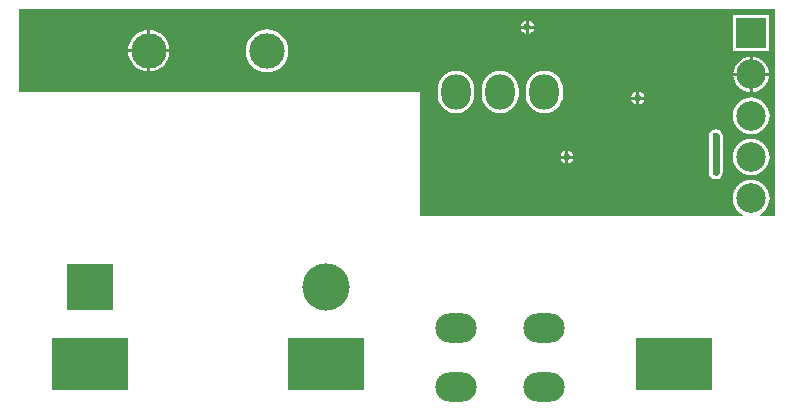
<source format=gtl>
G04*
G04 #@! TF.GenerationSoftware,Altium Limited,Altium Designer,19.0.5 (141)*
G04*
G04 Layer_Physical_Order=1*
G04 Layer_Color=255*
%FSLAX25Y25*%
%MOIN*%
G70*
G01*
G75*
%ADD19C,0.02362*%
%ADD20C,0.11811*%
%ADD21R,0.15748X0.15748*%
%ADD22C,0.15748*%
%ADD23C,0.09843*%
%ADD24R,0.09843X0.09843*%
%ADD25O,0.13780X0.09843*%
%ADD26O,0.09843X0.11811*%
%ADD27R,0.25591X0.17717*%
%ADD28C,0.02362*%
G36*
X253937Y66929D02*
X249021D01*
X248895Y67429D01*
X249470Y67736D01*
X250399Y68499D01*
X251162Y69428D01*
X251728Y70488D01*
X252077Y71638D01*
X252195Y72835D01*
X252077Y74031D01*
X251728Y75181D01*
X251162Y76241D01*
X250399Y77171D01*
X249470Y77933D01*
X248410Y78500D01*
X247259Y78849D01*
X246063Y78966D01*
X244867Y78849D01*
X243716Y78500D01*
X242656Y77933D01*
X241727Y77171D01*
X240965Y76241D01*
X240398Y75181D01*
X240049Y74031D01*
X239931Y72835D01*
X240049Y71638D01*
X240398Y70488D01*
X240965Y69428D01*
X241727Y68499D01*
X242656Y67736D01*
X243231Y67429D01*
X243106Y66929D01*
X135827D01*
Y108268D01*
X1969D01*
Y135827D01*
X253937D01*
Y66929D01*
D02*
G37*
%LPC*%
G36*
X171957Y132046D02*
Y130421D01*
X173581D01*
X173511Y130772D01*
X173029Y131494D01*
X172308Y131976D01*
X171957Y132046D01*
D02*
G37*
G36*
X170957D02*
X170606Y131976D01*
X169884Y131494D01*
X169402Y130772D01*
X169332Y130421D01*
X170957D01*
Y132046D01*
D02*
G37*
G36*
X173581Y129421D02*
X171957D01*
Y127797D01*
X172308Y127867D01*
X173029Y128349D01*
X173511Y129070D01*
X173581Y129421D01*
D02*
G37*
G36*
X170957D02*
X169332D01*
X169402Y129070D01*
X169884Y128349D01*
X170606Y127867D01*
X170957Y127797D01*
Y129421D01*
D02*
G37*
G36*
X45776Y128937D02*
Y122547D01*
X52165D01*
X52081Y123401D01*
X51686Y124703D01*
X51045Y125902D01*
X50182Y126954D01*
X49131Y127817D01*
X47931Y128458D01*
X46629Y128853D01*
X45776Y128937D01*
D02*
G37*
G36*
X44776Y128937D02*
X43922Y128853D01*
X42620Y128458D01*
X41421Y127817D01*
X40369Y126954D01*
X39506Y125902D01*
X38865Y124703D01*
X38470Y123401D01*
X38386Y122547D01*
X44776D01*
Y128937D01*
D02*
G37*
G36*
X252165Y134055D02*
X239961D01*
Y121850D01*
X252165D01*
Y134055D01*
D02*
G37*
G36*
X52165Y121547D02*
X45776D01*
Y115158D01*
X46629Y115242D01*
X47931Y115637D01*
X49131Y116278D01*
X50182Y117141D01*
X51045Y118192D01*
X51686Y119392D01*
X52081Y120694D01*
X52165Y121547D01*
D02*
G37*
G36*
X44776D02*
X38386D01*
X38470Y120694D01*
X38865Y119392D01*
X39506Y118192D01*
X40369Y117141D01*
X41421Y116278D01*
X42620Y115637D01*
X43922Y115242D01*
X44776Y115158D01*
Y121547D01*
D02*
G37*
G36*
X84646Y129168D02*
X83256Y129031D01*
X81921Y128626D01*
X80690Y127968D01*
X79610Y127083D01*
X78725Y126003D01*
X78067Y124772D01*
X77662Y123436D01*
X77525Y122047D01*
X77662Y120658D01*
X78067Y119322D01*
X78725Y118091D01*
X79610Y117012D01*
X80690Y116126D01*
X81921Y115468D01*
X83256Y115063D01*
X84646Y114926D01*
X86035Y115063D01*
X87371Y115468D01*
X88602Y116126D01*
X89681Y117012D01*
X90566Y118091D01*
X91224Y119322D01*
X91630Y120658D01*
X91767Y122047D01*
X91630Y123436D01*
X91224Y124772D01*
X90566Y126003D01*
X89681Y127083D01*
X88602Y127968D01*
X87371Y128626D01*
X86035Y129031D01*
X84646Y129168D01*
D02*
G37*
G36*
X246563Y120074D02*
Y114673D01*
X251964D01*
X251899Y115334D01*
X251560Y116450D01*
X251010Y117479D01*
X250270Y118380D01*
X249369Y119120D01*
X248340Y119670D01*
X247224Y120009D01*
X246563Y120074D01*
D02*
G37*
G36*
X245563D02*
X244902Y120009D01*
X243786Y119670D01*
X242757Y119120D01*
X241856Y118380D01*
X241116Y117479D01*
X240566Y116450D01*
X240227Y115334D01*
X240162Y114673D01*
X245563D01*
Y120074D01*
D02*
G37*
G36*
X251964Y113673D02*
X246563D01*
Y108273D01*
X247224Y108338D01*
X248340Y108676D01*
X249369Y109226D01*
X250270Y109966D01*
X251010Y110868D01*
X251560Y111896D01*
X251899Y113013D01*
X251964Y113673D01*
D02*
G37*
G36*
X245563D02*
X240162D01*
X240227Y113013D01*
X240566Y111896D01*
X241116Y110868D01*
X241856Y109966D01*
X242757Y109226D01*
X243786Y108676D01*
X244902Y108338D01*
X245563Y108273D01*
Y113673D01*
D02*
G37*
G36*
X208768Y108424D02*
Y106799D01*
X210392D01*
X210322Y107150D01*
X209840Y107872D01*
X209119Y108354D01*
X208768Y108424D01*
D02*
G37*
G36*
X207768D02*
X207417Y108354D01*
X206695Y107872D01*
X206213Y107150D01*
X206143Y106799D01*
X207768D01*
Y108424D01*
D02*
G37*
G36*
X210392Y105799D02*
X208768D01*
Y104175D01*
X209119Y104245D01*
X209840Y104727D01*
X210322Y105448D01*
X210392Y105799D01*
D02*
G37*
G36*
X207768D02*
X206143D01*
X206213Y105448D01*
X206695Y104727D01*
X207417Y104245D01*
X207768Y104175D01*
Y105799D01*
D02*
G37*
G36*
X177165Y115384D02*
X175969Y115266D01*
X174819Y114917D01*
X173759Y114350D01*
X172829Y113588D01*
X172067Y112659D01*
X171500Y111599D01*
X171151Y110448D01*
X171034Y109252D01*
Y107283D01*
X171151Y106087D01*
X171500Y104937D01*
X172067Y103877D01*
X172829Y102948D01*
X173759Y102185D01*
X174819Y101618D01*
X175969Y101269D01*
X177165Y101152D01*
X178362Y101269D01*
X179512Y101618D01*
X180572Y102185D01*
X181501Y102948D01*
X182264Y103877D01*
X182831Y104937D01*
X183179Y106087D01*
X183297Y107283D01*
Y109252D01*
X183179Y110448D01*
X182831Y111599D01*
X182264Y112659D01*
X181501Y113588D01*
X180572Y114350D01*
X179512Y114917D01*
X178362Y115266D01*
X177165Y115384D01*
D02*
G37*
G36*
X162402D02*
X161205Y115266D01*
X160055Y114917D01*
X158995Y114350D01*
X158066Y113588D01*
X157303Y112659D01*
X156736Y111599D01*
X156387Y110448D01*
X156270Y109252D01*
Y107283D01*
X156387Y106087D01*
X156736Y104937D01*
X157303Y103877D01*
X158066Y102948D01*
X158995Y102185D01*
X160055Y101618D01*
X161205Y101269D01*
X162402Y101152D01*
X163598Y101269D01*
X164748Y101618D01*
X165808Y102185D01*
X166737Y102948D01*
X167500Y103877D01*
X168067Y104937D01*
X168416Y106087D01*
X168534Y107283D01*
Y109252D01*
X168416Y110448D01*
X168067Y111599D01*
X167500Y112659D01*
X166737Y113588D01*
X165808Y114350D01*
X164748Y114917D01*
X163598Y115266D01*
X162402Y115384D01*
D02*
G37*
G36*
X147638D02*
X146441Y115266D01*
X145291Y114917D01*
X144231Y114350D01*
X143302Y113588D01*
X142539Y112659D01*
X141973Y111599D01*
X141624Y110448D01*
X141506Y109252D01*
Y107283D01*
X141624Y106087D01*
X141973Y104937D01*
X142539Y103877D01*
X143302Y102948D01*
X144231Y102185D01*
X145291Y101618D01*
X146441Y101269D01*
X147638Y101152D01*
X148834Y101269D01*
X149984Y101618D01*
X151044Y102185D01*
X151974Y102948D01*
X152736Y103877D01*
X153303Y104937D01*
X153652Y106087D01*
X153770Y107283D01*
Y109252D01*
X153652Y110448D01*
X153303Y111599D01*
X152736Y112659D01*
X151974Y113588D01*
X151044Y114350D01*
X149984Y114917D01*
X148834Y115266D01*
X147638Y115384D01*
D02*
G37*
G36*
X246063Y106526D02*
X244867Y106408D01*
X243716Y106059D01*
X242656Y105492D01*
X241727Y104730D01*
X240965Y103800D01*
X240398Y102740D01*
X240049Y101590D01*
X239931Y100394D01*
X240049Y99197D01*
X240398Y98047D01*
X240965Y96987D01*
X241727Y96058D01*
X242656Y95295D01*
X243716Y94729D01*
X244867Y94380D01*
X246063Y94262D01*
X247259Y94380D01*
X248410Y94729D01*
X249470Y95295D01*
X250399Y96058D01*
X251162Y96987D01*
X251728Y98047D01*
X252077Y99197D01*
X252195Y100394D01*
X252077Y101590D01*
X251728Y102740D01*
X251162Y103800D01*
X250399Y104730D01*
X249470Y105492D01*
X248410Y106059D01*
X247259Y106408D01*
X246063Y106526D01*
D02*
G37*
G36*
X185146Y88739D02*
Y87114D01*
X186770D01*
X186700Y87465D01*
X186218Y88187D01*
X185497Y88669D01*
X185146Y88739D01*
D02*
G37*
G36*
X184146D02*
X183795Y88669D01*
X183073Y88187D01*
X182591Y87465D01*
X182521Y87114D01*
X184146D01*
Y88739D01*
D02*
G37*
G36*
X186770Y86114D02*
X185146D01*
Y84490D01*
X185497Y84560D01*
X186218Y85042D01*
X186700Y85763D01*
X186770Y86114D01*
D02*
G37*
G36*
X184146D02*
X182521D01*
X182591Y85763D01*
X183073Y85042D01*
X183795Y84560D01*
X184146Y84490D01*
Y86114D01*
D02*
G37*
G36*
X246063Y92746D02*
X244867Y92628D01*
X243716Y92279D01*
X242656Y91713D01*
X241727Y90950D01*
X240965Y90021D01*
X240398Y88961D01*
X240049Y87810D01*
X239931Y86614D01*
X240049Y85418D01*
X240398Y84268D01*
X240965Y83207D01*
X241727Y82278D01*
X242656Y81516D01*
X243716Y80949D01*
X244867Y80600D01*
X246063Y80482D01*
X247259Y80600D01*
X248410Y80949D01*
X249470Y81516D01*
X250399Y82278D01*
X251162Y83207D01*
X251728Y84268D01*
X252077Y85418D01*
X252195Y86614D01*
X252077Y87810D01*
X251728Y88961D01*
X251162Y90021D01*
X250399Y90950D01*
X249470Y91713D01*
X248410Y92279D01*
X247259Y92628D01*
X246063Y92746D01*
D02*
G37*
G36*
X234252Y95912D02*
X233330Y95729D01*
X232549Y95207D01*
X232027Y94426D01*
X231843Y93504D01*
Y81614D01*
X232027Y80692D01*
X232549Y79911D01*
X233330Y79389D01*
X234252Y79206D01*
X235174Y79389D01*
X235955Y79911D01*
X236477Y80692D01*
X236660Y81614D01*
Y93504D01*
X236477Y94426D01*
X235955Y95207D01*
X235174Y95729D01*
X234252Y95912D01*
D02*
G37*
%LPD*%
D19*
Y81614D02*
Y93504D01*
D20*
X84646Y122047D02*
D03*
X45276D02*
D03*
D21*
X25591Y43307D02*
D03*
D22*
X104331D02*
D03*
D23*
X246063Y72835D02*
D03*
Y114173D02*
D03*
Y100394D02*
D03*
Y86614D02*
D03*
D24*
Y127953D02*
D03*
D25*
X147638Y29528D02*
D03*
Y9843D02*
D03*
X177165Y29528D02*
D03*
Y9843D02*
D03*
D26*
X162402Y108268D02*
D03*
X177165D02*
D03*
X147638D02*
D03*
D27*
X25591Y17717D02*
D03*
X104331D02*
D03*
X220472D02*
D03*
D28*
X234252Y93504D02*
D03*
Y81614D02*
D03*
X171457Y129921D02*
D03*
X184646Y86614D02*
D03*
X208268Y106299D02*
D03*
M02*

</source>
